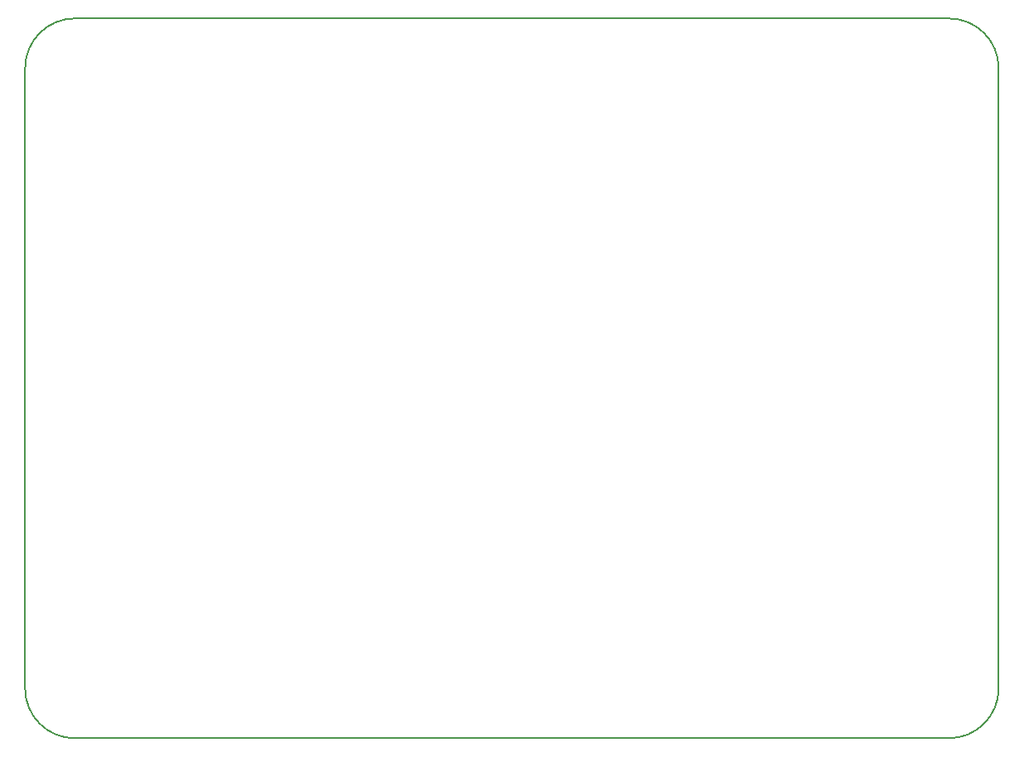
<source format=gbr>
G04 DipTrace 2.4.0.2*
%INBoardOutline.gbr*%
%MOIN*%
%ADD11C,0.006*%
%FSLAX44Y44*%
G04*
G70*
G90*
G75*
G01*
%LNBoardOutline*%
%LPD*%
X-46651Y-8987D2*
D11*
X-11451D1*
G03X-9451Y-6987I0J2000D01*
G01*
Y18013D1*
G03X-11451Y20013I-2000J0D01*
G01*
X-46651D1*
G03X-48651Y18013I0J-2000D01*
G01*
Y-6987D1*
G03X-46651Y-8987I2000J0D01*
G01*
M02*

</source>
